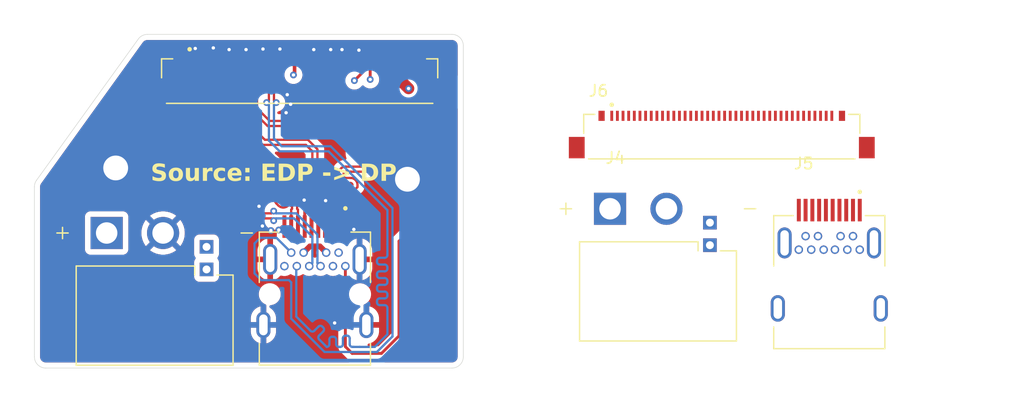
<source format=kicad_pcb>
(kicad_pcb (version 20241229) (generator "pcbnew") (generator_version "9.0")
  (layers (0 "F.Cu" signal) (4 "In1.Cu" power) (6 "In2.Cu" power) (2 "B.Cu" signal) (13 "F.Paste" user) (15 "B.Paste" user) (5 "F.SilkS" user "F.Silkscreen") (7 "B.SilkS" user "B.Silkscreen") (1 "F.Mask" user) (3 "B.Mask" user) (25 "Edge.Cuts" user))
  (net 0 "")
  (net 2 "+3.3V")
  (net 4 "GND")
  (net 5 "1_EDP_TX_N")
  (net 6 "SELF_TEST")
  (net 8 "2_EDP_TX_N")
  (net 9 "+5V")
  (net 11 "3_EDP_TX_N")
  (net 12 "0_EDP_TX_P")
  (net 13 "0_EDP_TX_N")
  (net 14 "AUX_N")
  (net 15 "3_EDP_TX_P")
  (net 16 "2_EDP_TX_P")
  (net 17 "AUX_P")
  (net 18 "EDP_HPD")
  (net 19 "1_EDP_TX_P")
  (net 20 "BLK_OFF_N")
  (net 21 "BLK_PWM_LCD")
  (footprint "SnapEDA:AMPHENOL_G46M2013201AWEU" (layer "F.Cu") (at 149.2265 61.289)
    (property "Reference" "J5")
    (property "Value" "G46M2013201AWEU")
  )
  (footprint "SnapEDA:IPEX_20455-040E-76" (layer "F.Cu") (at 102.3 43.92)
    (property "Reference" "J1" (hide yes))
    (property "Value" "20455-040E-76")
  )
  (footprint "SnapEDA:AMPHENOL_G46M2013201AWEU" (layer "F.Cu") (at 103.65 62.75)
    (property "Reference" "J2" (hide yes))
    (property "Value" "G46M2013201AWEU")
  )
  (footprint "SnapEDA:AMASS_XT30PW_2_2_-M.G.B" (layer "F.Cu") (at 134.05 62.5)
    (property "Reference" "J4")
    (property "Value" "XT30PW_2_2_-M.G.B")
  )
  (footprint "SnapEDA:AMASS_XT30PW_2_2_-M.G.B" (layer "F.Cu") (at 89.45 64.65)
    (property "Reference" "J3" (hide yes))
    (property "Value" "XT30PW_2_2_-M.G.B")
  )
  (footprint "MountingHole:MountingHole_2.2mm_M2_DIN965_Pad_TopBottom" (layer "F.Cu") (at 86 51.55)
    (property "Reference" "H1" (hide yes))
    (property "Value" "MountingHole_Pad")
  )
  (footprint "MountingHole:MountingHole_2.2mm_M2_DIN965_Pad_TopBottom" (layer "F.Cu") (at 111.85 52.55)
    (property "Reference" "H2" (hide yes))
    (property "Value" "MountingHole_Pad")
  )
  (footprint "SnapEDA:IPEX_20455-040E-76" (layer "F.Cu") (at 139.7015 48.845)
    (property "Reference" "J6")
    (property "Value" "20455-040E-76")
  )
  (gr_arc (start 78.8 53.222437) (mid 78.848251 52.915558) (end 78.988349 52.638294) (stroke (width 0.05)) (layer "Edge.Cuts"))
  (gr_arc (start 115.8 39.7) (mid 116.507107 39.992893) (end 116.8 40.7) (stroke (width 0.05)) (layer "Edge.Cuts"))
  (gr_line (start 79.8 69.3) (end 115.8 69.3) (stroke (width 0.05)) (layer "Edge.Cuts"))
  (gr_arc (start 79.8 69.3) (mid 79.092893 69.007107) (end 78.8 68.3) (stroke (width 0.05)) (layer "Edge.Cuts"))
  (gr_line (start 115.8 39.7) (end 88.81236 39.7) (stroke (width 0.05)) (layer "Edge.Cuts"))
  (gr_line (start 78.988349 52.638294) (end 88.000709 40.115857) (stroke (width 0.05)) (layer "Edge.Cuts"))
  (gr_line (start 78.8 68.3) (end 78.8 53.222437) (stroke (width 0.05)) (layer "Edge.Cuts"))
  (gr_line (start 116.8 68.3) (end 116.8 40.7) (stroke (width 0.05)) (layer "Edge.Cuts"))
  (gr_arc (start 116.8 68.3) (mid 116.507107 69.007107) (end 115.8 69.3) (stroke (width 0.05)) (layer "Edge.Cuts"))
  (gr_arc (start 88.000709 40.115857) (mid 88.356365 39.810001) (end 88.81236 39.7) (stroke (width 0.05)) (layer "Edge.Cuts"))
  (gr_text "Source: EDP -> DP" (at 89.1 52.95 0) (layer "F.SilkS") (effects (font (size 1.5 1.5) (thickness 0.3) (bold yes)) (justify left bottom)))
  (segment (start 101.85 42.3) (end 101.85 42.5) (width 0.3175) (layer "F.Cu") (net 2))
  (segment (start 101.85 43.2) (end 101.75 43.3) (width 0.3175) (layer "F.Cu") (net 2))
  (segment (start 101.85 42.5) (end 101.85 43.2) (width 0.3175) (layer "F.Cu") (net 2))
  (segment (start 101.05 42) (end 102.55 42) (width 0.3175) (layer "F.Cu") (net 2))
  (segment (start 101.55 42) (end 101.85 42.3) (width 0.3175) (layer "F.Cu") (net 2))
  (via (at 101.75 43.3) (size 0.6) (drill 0.3) (layers "F.Cu" "B.Cu") (net 2))
  (segment (start 104.65 59.06) (end 104.65 58.9) (width 0.254) (layer "F.Cu") (net 4))
  (segment (start 102.75 54.45) (end 102.7 54.4) (width 0.254) (layer "F.Cu") (net 4))
  (segment (start 94.55 41) (end 94.65 40.9) (width 0.254) (layer "F.Cu") (net 4))
  (segment (start 93.05 42) (end 93.05 40.95) (width 0.254) (layer "F.Cu") (net 4))
  (segment (start 106.05 42) (end 106.05 41.05) (width 0.254) (layer "F.Cu") (net 4))
  (segment (start 100.55 42) (end 100.55 41) (width 0.254) (layer "F.Cu") (net 4))
  (segment (start 104.55 54.5) (end 104.6 54.45) (width 0.254) (layer "F.Cu") (net 4))
  (segment (start 94.55 42) (end 94.55 41) (width 0.254) (layer "F.Cu") (net 4))
  (segment (start 106.85 56.75) (end 107.1 57) (width 0.254) (layer "F.Cu") (net 4))
  (segment (start 106.35 56.75) (end 106.85 56.75) (width 0.254) (layer "F.Cu") (net 4))
  (segment (start 97.55 42) (end 97.55 41.05) (width 0.254) (layer "F.Cu") (net 4))
  (segment (start 96.05 42) (end 96.05 41.05) (width 0.254) (layer "F.Cu") (net 4))
  (segment (start 100.95 56.75) (end 100.75 56.75) (width 0.254) (layer "F.Cu") (net 4))
  (segment (start 107.55 42) (end 107.55 41.1) (width 0.254) (layer "F.Cu") (net 4))
  (segment (start 105.05 42) (end 105.05 41.05) (width 0.254) (layer "F.Cu") (net 4))
  (segment (start 104.55 56.75) (end 104.55 54.5) (width 0.254) (layer "F.Cu") (net 4))
  (segment (start 102.75 56.75) (end 102.75 54.45) (width 0.254) (layer "F.Cu") (net 4))
  (segment (start 100.75 56.75) (end 100.45 57.05) (width 0.254) (layer "F.Cu") (net 4))
  (segment (start 99.05 42) (end 99.05 41) (width 0.254) (layer "F.Cu") (net 4))
  (segment (start 102.65 59.06) (end 102.74 59.06) (width 0.254) (layer "F.Cu") (net 4))
  (segment (start 103.55 42) (end 103.55 41.05) (width 0.254) (layer "F.Cu") (net 4))
  (via (at 103.55 41.05) (size 0.6) (drill 0.3) (layers "F.Cu" "B.Cu") (net 4))
  (via (at 94.65 40.9) (size 0.6) (drill 0.3) (layers "F.Cu" "B.Cu") (net 4))
  (via (at 104.6 54.45) (size 0.6) (drill 0.3) (layers "F.Cu" "B.Cu") (net 4))
  (via (at 97.55 41.05) (size 0.6) (drill 0.3) (layers "F.Cu" "B.Cu") (net 4))
  (via (at 93.05 40.95) (size 0.6) (drill 0.3) (layers "F.Cu" "B.Cu") (net 4))
  (via (at 102.7 54.4) (size 0.6) (drill 0.3) (layers "F.Cu" "B.Cu") (net 4))
  (via (at 107.55 41.1) (size 0.6) (drill 0.3) (layers "F.Cu" "B.Cu") (net 4))
  (via (at 106.05 41.05) (size 0.6) (drill 0.3) (layers "F.Cu" "B.Cu") (net 4))
  (via (at 105.4 65.3) (size 0.6) (drill 0.3) (layers "F.Cu" "B.Cu") (net 4))
  (via (at 98.7 54.95) (size 0.6) (drill 0.3) (layers "F.Cu" "B.Cu") (net 4))
  (via (at 107.1 57) (size 0.6) (drill 0.3) (layers "F.Cu" "B.Cu") (net 4))
  (via (at 101.1 46.65) (size 0.6) (drill 0.3) (layers "F.Cu" "B.Cu") (net 4))
  (via (at 99.75 57.1) (size 0.6) (drill 0.3) (layers "F.Cu" "B.Cu") (net 4))
  (via (at 99.05 41) (size 0.6) (drill 0.3) (layers "F.Cu" "B.Cu") (net 4))
  (via (at 101.2 45.05) (size 0.6) (drill 0.3) (layers "F.Cu" "B.Cu") (net 4))
  (via (at 96.05 41.05) (size 0.6) (drill 0.3) (layers "F.Cu" "B.Cu") (net 4))
  (via (at 100.55 41) (size 0.6) (drill 0.3) (layers "F.Cu" "B.Cu") (net 4))
  (via (at 101.5 45.9) (size 0.6) (drill 0.3) (layers "F.Cu" "B.Cu") (net 4))
  (via (at 99 56.7) (size 0.6) (drill 0.3) (layers "F.Cu" "B.Cu") (net 4))
  (via (at 100.45 57.05) (size 0.6) (drill 0.3) (layers "F.Cu" "B.Cu") (net 4))
  (via (at 105.05 41.05) (size 0.6) (drill 0.3) (layers "F.Cu" "B.Cu") (net 4))
  (segment (start 108.21 65.47) (end 108.21 65.41) (width 0.254) (layer "B.Cu") (net 4))
  (segment (start 108.21 65.47) (end 105.57 65.47) (width 0.254) (layer "B.Cu") (net 4))
  (segment (start 105.57 65.47) (end 105.4 65.3) (width 0.254) (layer "B.Cu") (net 4))
  (segment (start 103.35 55.249999) (end 103.425 55.174999) (width 0.2) (layer "F.Cu") (net 5))
  (segment (start 96.55 42.675001) (end 96.55 42) (width 0.2) (layer "F.Cu") (net 5))
  (segment (start 96.575 42.700001) (end 96.55 42.675001) (width 0.2) (layer "F.Cu") (net 5))
  (segment (start 103.425 55.174999) (end 103.425 50.075) (width 0.2) (layer "F.Cu") (net 5))
  (segment (start 103.35 56.75) (end 103.35 55.249999) (width 0.2) (layer "F.Cu") (net 5))
  (segment (start 102.85 49.5) (end 99.031802 49.5) (width 0.2) (layer "F.Cu") (net 5))
  (segment (start 103.425 50.075) (end 102.85 49.5) (width 0.2) (layer "F.Cu") (net 5))
  (segment (start 99.031802 49.5) (end 96.575 47.043198) (width 0.2) (layer "F.Cu") (net 5))
  (segment (start 96.575 47.043198) (end 96.575 42.700001) (width 0.2) (layer "F.Cu") (net 5))
  (segment (start 98.675895 53.776502) (end 98.534473 53.63508) (width 0.2) (layer "F.Cu") (net 8))
  (segment (start 95.075 48.443198) (end 95.075 42.700001) (width 0.2) (layer "F.Cu") (net 8))
  (segment (start 101.625 55.174999) (end 101.625 54.993198) (width 0.2) (layer "F.Cu") (net 8))
  (segment (start 100.372954 53.741152) (end 100.532053 53.582053) (width 0.2) (layer "F.Cu") (net 8))
  (segment (start 97.420776 50.788973) (end 97.279356 50.647553) (width 0.2) (layer "F.Cu") (net 8))
  (segment (start 99.312288 51.195563) (end 98.888023 51.619827) (width 0.2) (layer "F.Cu") (net 8))
  (segment (start 99.701199 51.336985) (end 99.559777 51.195563) (width 0.2) (layer "F.Cu") (net 8))
  (segment (start 99.984043 53.352239) (end 99.559779 53.776504) (width 0.2) (layer "F.Cu") (net 8))
  (segment (start 98.534473 52.751198) (end 98.958738 52.326934) (width 0.2) (layer "F.Cu") (net 8))
  (segment (start 100.417151 54.881361) (end 100.25805 54.72226) (width 0.2) (layer "F.Cu") (net 8))
  (segment (start 101.55 55.249999) (end 101.625 55.174999) (width 0.2) (layer "F.Cu") (net 8))
  (segment (start 101.513164 54.881362) (end 101.513163 54.88136) (width 0.2) (layer "F.Cu") (net 8))
  (segment (start 100.691151 53.422954) (end 101.115415 52.99869) (width 0.2) (layer "F.Cu") (net 8))
  (segment (start 98.446082 52.061768) (end 98.145563 52.362288) (width 0.2) (layer "F.Cu") (net 8))
  (segment (start 101.55 56.75) (end 101.55 55.249999) (width 0.2) (layer "F.Cu") (net 8))
  (segment (start 101.625 55.85) (end 101.55 55.925) (width 0.2) (layer "F.Cu") (net 8))
  (segment (start 98.888023 51.619827) (end 98.605181 51.90267) (width 0.2) (layer "F.Cu") (net 8))
  (segment (start 97.120257 51.336982) (end 97.420777 51.036463) (width 0.2) (layer "F.Cu") (net 8))
  (segment (start 97.261679 52.362286) (end 97.120257 52.220864) (width 0.2) (layer "F.Cu") (net 8))
  (segment (start 100.726504 52.609779) (end 100.302239 53.034043) (width 0.2) (layer "F.Cu") (net 8))
  (segment (start 95.075 42.700001) (end 95.05 42.675001) (width 0.2) (layer "F.Cu") (net 8))
  (segment (start 97.279356 50.647553) (end 96.6439 50.012098) (width 0.2) (layer "F.Cu") (net 8))
  (segment (start 100.532053 53.582053) (end 100.532052 53.582052) (width 0.2) (layer "F.Cu") (net 8))
  (segment (start 101.115415 52.751201) (end 100.973993 52.609779) (width 0.2) (layer "F.Cu") (net 8))
  (segment (start 100.532052 53.582052) (end 100.691151 53.422954) (width 0.2) (layer "F.Cu") (net 8))
  (segment (start 101.625 54.993198) (end 101.513164 54.881362) (width 0.2) (layer "F.Cu") (net 8))
  (segment (start 96.6439 50.012098) (end 95.075 48.443198) (width 0.2) (layer "F.Cu") (net 8))
  (segment (start 100.258049 53.856056) (end 100.372954 53.741152) (width 0.2) (layer "F.Cu") (net 8))
  (segment (start 99.276935 52.008738) (end 99.701199 51.584474) (width 0.2) (layer "F.Cu") (net 8))
  (segment (start 98.605181 51.90267) (end 98.446082 52.061768) (width 0.2) (layer "F.Cu") (net 8))
  (segment (start 100.302239 53.034043) (end 99.984043 53.352239) (width 0.2) (layer "F.Cu") (net 8))
  (segment (start 98.958738 52.326934) (end 99.276935 52.008738) (width 0.2) (layer "F.Cu") (net 8))
  (segment (start 95.05 42.675001) (end 95.05 42) (width 0.2) (layer "F.Cu") (net 8))
  (arc (start 98.145563 52.362288) (mid 97.703621 52.545345) (end 97.261679 52.362286) (width 0.2) (layer "F.Cu") (net 8))
  (arc (start 100.25805 54.72226) (mid 100.078653 54.289159) (end 100.258049 53.856056) (width 0.2) (layer "F.Cu") (net 8))
  (arc (start 97.120257 52.220864) (mid 96.9372 51.778924) (end 97.120257 51.336982) (width 0.2) (layer "F.Cu") (net 8))
  (arc (start 99.559779 53.776504) (mid 99.117837 53.959561) (end 98.675895 53.776502) (width 0.2) (layer "F.Cu") (net 8))
  (arc (start 101.115415 52.99869) (mid 101.166672 52.874945) (end 101.115415 52.751201) (width 0.2) (layer "F.Cu") (net 8))
  (arc (start 101.513163 54.88136) (mid 101.398258 54.833765) (end 101.283353 54.88136) (width 0.2) (layer "F.Cu") (net 8))
  (arc (start 99.701199 51.584474) (mid 99.752456 51.460729) (end 99.701199 51.336985) (width 0.2) (layer "F.Cu") (net 8))
  (arc (start 100.973993 52.609779) (mid 100.850249 52.558522) (end 100.726504 52.609779) (width 0.2) (layer "F.Cu") (net 8))
  (arc (start 99.559777 51.195563) (mid 99.436033 51.144306) (end 99.312288 51.195563) (width 0.2) (layer "F.Cu") (net 8))
  (arc (start 98.534473 53.63508) (mid 98.351416 53.19314) (end 98.534473 52.751198) (width 0.2) (layer "F.Cu") (net 8))
  (arc (start 101.283353 54.88136) (mid 100.850252 55.060758) (end 100.417151 54.881361) (width 0.2) (layer "F.Cu") (net 8))
  (arc (start 97.420777 51.036463) (mid 97.472034 50.912718) (end 97.420776 50.788973) (width 0.2) (layer "F.Cu") (net 8))
  (segment (start 110.55 43.1) (end 110.55 42) (width 1.016) (layer "F.Cu") (net 9))
  (segment (start 110.55 42) (end 111.05 42) (width 1.016) (layer "F.Cu") (net 9))
  (segment (start 111.95 44.5) (end 110.55 43.1) (width 1.016) (layer "F.Cu") (net 9))
  (via (at 111.95 44.5) (size 0.6) (drill 0.3) (layers "F.Cu" "B.Cu") (net 9))
  (segment (start 93.575 42.700001) (end 93.55 42.675001) (width 0.2) (layer "F.Cu") (net 11))
  (segment (start 99.800001 56.025001) (end 96.625001 56.025001) (width 0.2) (layer "F.Cu") (net 11))
  (segment (start 93.55 42.675001) (end 93.55 42) (width 0.2) (layer "F.Cu") (net 11))
  (segment (start 93.575 52.975) (end 93.575 42.700001) (width 0.2) (layer "F.Cu") (net 11))
  (segment (start 100 56.225) (end 99.800001 56.025001) (width 0.2) (layer "F.Cu") (net 11))
  (segment (start 93.55 42) (end 93.574999 42.024999) (width 0.2) (layer "F.Cu") (net 11))
  (segment (start 96.625001 56.025001) (end 93.575 52.975) (width 0.2) (layer "F.Cu") (net 11))
  (via (at 100 56.225) (size 0.6) (drill 0.3) (layers "F.Cu" "B.Cu") (net 11))
  (segment (start 103.425 59.985) (end 103.425 57.643198) (width 0.2) (layer "B.Cu") (net 11))
  (segment (start 100.199999 56.025001) (end 100 56.225) (width 0.2) (layer "B.Cu") (net 11))
  (segment (start 101.806803 56.025001) (end 100.199999 56.025001) (width 0.2) (layer "B.Cu") (net 11))
  (segment (start 103.425 57.643198) (end 101.806803 56.025001) (width 0.2) (layer "B.Cu") (net 11))
  (segment (start 103.15 60.26) (end 103.425 59.985) (width 0.2) (layer "B.Cu") (net 11))
  (segment (start 105.675 55.174999) (end 105.675 54.993198) (width 0.2) (layer "F.Cu") (net 12))
  (segment (start 105.675 54.993198) (end 105.958013 54.710185) (width 0.2) (layer "F.Cu") (net 12))
  (segment (start 105.75 55.249999) (end 105.675 55.174999) (width 0.2) (layer "F.Cu") (net 12))
  (segment (start 107.424999 50.256802) (end 107.424999 50.056802) (width 0.2) (layer "F.Cu") (net 12))
  (segment (start 105.958013 54.710185) (end 107.425 53.243198) (width 0.2) (layer "F.Cu") (net 12))
  (segment (start 107.425 48.706802) (end 106.093198 47.375) (width 0.2) (layer "F.Cu") (net 12))
  (segment (start 98.525 46.256802) (end 98.525 42.700001) (width 0.2) (layer "F.Cu") (net 12))
  (segment (start 108.024999 50.431803) (end 107.6 50.431803) (width 0.2) (layer "F.Cu") (net 12))
  (segment (start 106.8 51.881801) (end 107.6 51.881801) (width 0.2) (layer "F.Cu") (net 12))
  (segment (start 99.643198 47.375) (end 98.525 46.256802) (width 0.2) (layer "F.Cu") (net 12))
  (segment (start 106.2 52.256802) (end 106.2 52.056802) (width 0.2) (layer "F.Cu") (net 12))
  (segment (start 106.375001 51.881801) (end 106.8 51.881801) (width 0.2) (layer "F.Cu") (net 12))
  (segment (start 107.424999 50.056802) (end 107.425 49.910865) (width 0.2) (layer "F.Cu") (net 12))
  (segment (start 107.6 51.881801) (end 108.024999 51.881801) (width 0.2) (layer "F.Cu") (net 12))
  (segment (start 106.8 52.431803) (end 106.375001 52.431803) (width 0.2) (layer "F.Cu") (net 12))
  (segment (start 105.75 56.75) (end 105.75 55.249999) (width 0.2) (layer "F.Cu") (net 12))
  (segment (start 98.525 42.700001) (end 98.55 42.675001) (width 0.2) (layer "F.Cu") (net 12))
  (segment (start 108.649998 51.256802) (end 108.649998 51.056802) (width 0.2) (layer "F.Cu") (net 12))
  (segment (start 107.425 49.910865) (end 107.425 48.706802) (width 0.2) (layer "F.Cu") (net 12))
  (segment (start 106.093198 47.375) (end 99.643198 47.375) (width 0.2) (layer "F.Cu") (net 12))
  (segment (start 107.425 53.243198) (end 107.424999 53.056802) (width 0.2) (layer "F.Cu") (net 12))
  (segment (start 98.55 42.675001) (end 98.55 42) (width 0.2) (layer "F.Cu") (net 12))
  (arc (start 107.6 50.431803) (mid 107.476256 50.380546) (end 107.424999 50.256802) (width 0.2) (layer "F.Cu") (net 12))
  (arc (start 107.424999 53.056802) (mid 107.241941 52.614861) (end 106.8 52.431803) (width 0.2) (layer "F.Cu") (net 12))
  (arc (start 108.024999 51.881801) (mid 108.46694 51.698743) (end 108.649998 51.256802) (width 0.2) (layer "F.Cu") (net 12))
  (arc (start 106.375001 52.431803) (mid 106.251257 52.380546) (end 106.2 52.256802) (width 0.2) (layer "F.Cu") (net 12))
  (arc (start 106.2 52.056802) (mid 106.251257 51.933058) (end 106.375001 51.881801) (width 0.2) (layer "F.Cu") (net 12))
  (arc (start 108.649998 51.056802) (mid 108.46694 50.614861) (end 108.024999 50.431803) (width 0.2) (layer "F.Cu") (net 12))
  (segment (start 108.024999 50.881801) (end 107.6 50.881801) (width 0.2) (layer "F.Cu") (net 13))
  (segment (start 105.15 56.75) (end 105.15 55.249999) (width 0.2) (layer "F.Cu") (net 13))
  (segment (start 106.975001 50.056802) (end 106.975 49.910865) (width 0.2) (layer "F.Cu") (net 13))
  (segment (start 106.8 51.431803) (end 107.6 51.431803) (width 0.2) (layer "F.Cu") (net 13))
  (segment (start 105.639815 54.391987) (end 106.975 53.056802) (width 0.2) (layer "F.Cu") (net 13))
  (segment (start 108.2 51.256802) (end 108.2 51.056802) (width 0.2) (layer "F.Cu") (net 13))
  (segment (start 105.15 55.249999) (end 105.225 55.174999) (width 0.2) (layer "F.Cu") (net 13))
  (segment (start 106.975001 50.256802) (end 106.975001 50.056802) (width 0.2) (layer "F.Cu") (net 13))
  (segment (start 98.075 46.443198) (end 98.075 42.700001) (width 0.2) (layer "F.Cu") (net 13))
  (segment (start 106.975 49.910865) (end 106.975 48.893198) (width 0.2) (layer "F.Cu") (net 13))
  (segment (start 105.750002 52.256802) (end 105.750002 52.056802) (width 0.2) (layer "F.Cu") (net 13))
  (segment (start 107.6 51.431803) (end 108.024999 51.431803) (width 0.2) (layer "F.Cu") (net 13))
  (segment (start 98.05 42.675001) (end 98.05 42) (width 0.2) (layer "F.Cu") (net 13))
  (segment (start 106.975 53.056802) (end 106.975001 53.056802) (width 0.2) (layer "F.Cu") (net 13))
  (segment (start 105.906802 47.825) (end 99.456802 47.825) (width 0.2) (layer "F.Cu") (net 13))
  (segment (start 99.456802 47.825) (end 98.075 46.443198) (width 0.2) (layer "F.Cu") (net 13))
  (segment (start 106.975 48.893198) (end 105.906802 47.825) (width 0.2) (layer "F.Cu") (net 13))
  (segment (start 105.225 54.806802) (end 105.639815 54.391987) (width 0.2) (layer "F.Cu") (net 13))
  (segment (start 106.8 52.881801) (end 106.375001 52.881801) (width 0.2) (layer "F.Cu") (net 13))
  (segment (start 105.225 55.174999) (end 105.225 54.806802) (width 0.2) (layer "F.Cu") (net 13))
  (segment (start 106.375001 51.431803) (end 106.8 51.431803) (width 0.2) (layer "F.Cu") (net 13))
  (segment (start 98.075 42.700001) (end 98.05 42.675001) (width 0.2) (layer "F.Cu") (net 13))
  (arc (start 108.024999 51.431803) (mid 108.148743 51.380546) (end 108.2 51.256802) (width 0.2) (layer "F.Cu") (net 13))
  (arc (start 107.6 50.881801) (mid 107.158059 50.698743) (end 106.975001 50.256802) (width 0.2) (layer "F.Cu") (net 13))
  (arc (start 108.2 51.056802) (mid 108.148743 50.933058) (end 108.024999 50.881801) (width 0.2) (layer "F.Cu") (net 13))
  (arc (start 106.975001 53.056802) (mid 106.923744 52.933058) (end 106.8 52.881801) (width 0.2) (layer "F.Cu") (net 13))
  (arc (start 106.375001 52.881801) (mid 105.93306 52.698743) (end 105.750002 52.256802) (width 0.2) (layer "F.Cu") (net 13))
  (arc (start 105.750002 52.056802) (mid 105.93306 51.614861) (end 106.375001 51.431803) (width 0.2) (layer "F.Cu") (net 13))
  (segment (start 100.025001 42.024999) (end 100.025001 45.550001) (width 0.2) (layer "F.Cu") (net 14))
  (segment (start 100.05 42) (end 100.025001 42.024999) (width 0.2) (layer "F.Cu") (net 14))
  (segment (start 100.025001 45.550001) (end 100.225 45.75) (width 0.2) (layer "F.Cu") (net 14))
  (via (at 100.225 45.75) (size 0.6) (drill 0.3) (layers "F.Cu" "B.Cu") (net 14))
  (segment (start 101.55 59.06) (end 101.55 59.05) (width 0.2) (layer "B.Cu") (net 14))
  (segment (start 100.25 57.75) (end 98.8 57.75) (width 0.2) (layer "B.Cu") (net 14))
  (segment (start 98.8 57.75) (end 98.3 58.25) (width 0.2) (layer "B.Cu") (net 14))
  (segment (start 101.55 61.7) (end 101.55 64.918198) (width 0.2) (layer "B.Cu") (net 14))
  (segment (start 109.143198 67.875) (end 110.525 66.493198) (width 0.2) (layer "B.Cu") (net 14))
  (segment (start 98.3 58.25) (end 98.3 60.9) (width 0.2) (layer "B.Cu") (net 14))
  (segment (start 110.525 66.493198) (end 110.525 55.106802) (width 0.2) (layer "B.Cu") (net 14))
  (segment (start 101.55 64.918198) (end 104.506802 67.875) (width 0.2) (layer "B.Cu") (net 14))
  (segment (start 98.3 60.9) (end 98.9 61.5) (width 0.2) (layer "B.Cu") (net 14))
  (segment (start 100.711394 49.625) (end 100.025001 48.938607) (width 0.2) (layer "B.Cu") (net 14))
  (segment (start 100.025001 48.938607) (end 100.025001 45.949999) (width 0.2) (layer "B.Cu") (net 14))
  (segment (start 100.025001 45.949999) (end 100.225 45.75) (width 0.2) (layer "B.Cu") (net 14))
  (segment (start 104.506802 67.875) (end 109.143198 67.875) (width 0.2) (layer "B.Cu") (net 14))
  (segment (start 105.043198 49.625) (end 100.711394 49.625) (width 0.2) (layer "B.Cu") (net 14))
  (segment (start 110.525 55.106802) (end 105.043198 49.625) (width 0.2) (layer "B.Cu") (net 14))
  (segment (start 98.9 61.5) (end 101.35 61.5) (width 0.2) (layer "B.Cu") (net 14))
  (segment (start 101.35 61.5) (end 101.55 61.7) (width 0.2) (layer "B.Cu") (net 14))
  (segment (start 101.55 59.05) (end 100.25 57.75) (width 0.2) (layer "B.Cu") (net 14))
  (segment (start 96.811393 55.574999) (end 94.025 52.788606) (width 0.2) (layer "F.Cu") (net 15))
  (segment (start 94.025 42.700001) (end 94.05 42.675001) (width 0.2) (layer "F.Cu") (net 15))
  (segment (start 100 55.375) (end 99.800001 55.574999) (width 0.2) (layer "F.Cu") (net 15))
  (segment (start 99.800001 55.574999) (end 96.811393 55.574999) (width 0.2) (layer "F.Cu") (net 15))
  (segment (start 94.05 42.675001) (end 94.05 42) (width 0.2) (layer "F.Cu") (net 15))
  (segment (start 94.05 42) (end 94.025001 42.024999) (width 0.2) (layer "F.Cu") (net 15))
  (segment (start 94.025 52.788606) (end 94.025 42.700001) (width 0.2) (layer "F.Cu") (net 15))
  (via (at 100 55.375) (size 0.6) (drill 0.3) (layers "F.Cu" "B.Cu") (net 15))
  (segment (start 103.875 57.456802) (end 101.993197 55.574999) (width 0.2) (layer "B.Cu") (net 15))
  (segment (start 104.15 60.26) (end 103.875 59.985) (width 0.2) (layer "B.Cu") (net 15))
  (segment (start 100.199999 55.574999) (end 100 55.375) (width 0.2) (layer "B.Cu") (net 15))
  (segment (start 101.993197 55.574999) (end 100.199999 55.574999) (width 0.2) (layer "B.Cu") (net 15))
  (segment (start 103.875 59.985) (end 103.875 57.456802) (width 0.2) (layer "B.Cu") (net 15))
  (segment (start 100.850249 53.900248) (end 100.850249 53.900249) (width 0.2) (layer "F.Cu") (net 16))
  (segment (start 99.595131 52.326935) (end 100.019395 51.90267) (width 0.2) (layer "F.Cu") (net 16))
  (segment (start 97.579877 52.044091) (end 97.438455 51.902669) (width 0.2) (layer "F.Cu") (net 16))
  (segment (start 95.525 42.700001) (end 95.55 42.675001) (width 0.2) (layer "F.Cu") (net 16))
  (segment (start 98.569826 51.30163) (end 98.286983 51.584472) (width 0.2) (layer "F.Cu") (net 16))
  (segment (start 102.15 56.75) (end 102.15 55.249999) (width 0.2) (layer "F.Cu") (net 16))
  (segment (start 95.55 42.675001) (end 95.55 42) (width 0.2) (layer "F.Cu") (net 16))
  (segment (start 102.15 55.249999) (end 102.075 55.174999) (width 0.2) (layer "F.Cu") (net 16))
  (segment (start 102.075 54.806802) (end 101.831362 54.563164) (width 0.2) (layer "F.Cu") (net 16))
  (segment (start 100.019395 51.018788) (end 99.877973 50.877366) (width 0.2) (layer "F.Cu") (net 16))
  (segment (start 99.276935 52.645131) (end 99.595131 52.326935) (width 0.2) (layer "F.Cu") (net 16))
  (segment (start 102.075 55.174999) (end 102.075 54.806802) (width 0.2) (layer "F.Cu") (net 16))
  (segment (start 97.738974 50.470778) (end 97.597553 50.329356) (width 0.2) (layer "F.Cu") (net 16))
  (segment (start 99.984042 52.715846) (end 99.665845 53.034042) (width 0.2) (layer "F.Cu") (net 16))
  (segment (start 100.735348 54.563164) (end 100.576247 54.404063) (width 0.2) (layer "F.Cu") (net 16))
  (segment (start 100.408307 52.291582) (end 99.984042 52.715846) (width 0.2) (layer "F.Cu") (net 16))
  (segment (start 101.831362 54.563164) (end 101.83136 54.563163) (width 0.2) (layer "F.Cu") (net 16))
  (segment (start 98.994093 53.458307) (end 98.852671 53.316885) (width 0.2) (layer "F.Cu") (net 16))
  (segment (start 97.597553 50.329356) (end 96.962098 49.6939) (width 0.2) (layer "F.Cu") (net 16))
  (segment (start 97.438454 51.655179) (end 97.738974 51.35466) (width 0.2) (layer "F.Cu") (net 16))
  (segment (start 101.009347 53.741151) (end 101.433611 53.316886) (width 0.2) (layer "F.Cu") (net 16))
  (segment (start 100.576247 54.174253) (end 100.69115 54.059347) (width 0.2) (layer "F.Cu") (net 16))
  (segment (start 99.665845 53.034042) (end 99.241581 53.458306) (width 0.2) (layer "F.Cu") (net 16))
  (segment (start 101.433611 52.433004) (end 101.292189 52.291582) (width 0.2) (layer "F.Cu") (net 16))
  (segment (start 98.85267 53.069395) (end 99.276935 52.645131) (width 0.2) (layer "F.Cu") (net 16))
  (segment (start 100.69115 54.059347) (end 100.850249 53.900248) (width 0.2) (layer "F.Cu") (net 16))
  (segment (start 95.525 48.256802) (end 95.525 42.700001) (width 0.2) (layer "F.Cu") (net 16))
  (segment (start 100.850249 53.900249) (end 101.009347 53.741151) (width 0.2) (layer "F.Cu") (net 16))
  (segment (start 98.994091 50.877366) (end 98.569826 51.30163) (width 0.2) (layer "F.Cu") (net 16))
  (segment (start 98.286983 51.584472) (end 98.127885 51.743571) (width 0.2) (layer "F.Cu") (net 16))
  (segment (start 96.962098 49.6939) (end 95.525 48.256802) (width 0.2) (layer "F.Cu") (net 16))
  (segment (start 98.127885 51.743571) (end 97.827365 52.04409) (width 0.2) (layer "F.Cu") (net 16))
  (arc (start 101.433611 53.316886) (mid 101.616669 52.874945) (end 101.433611 52.433004) (width 0.2) (layer "F.Cu") (net 16))
  (arc (start 98.852671 53.316885) (mid 98.801413 53.19314) (end 98.85267 53.069395) (width 0.2) (layer "F.Cu") (net 16))
  (arc (start 101.83136 54.563163) (mid 101.398259 54.383766) (end 100.965158 54.563164) (width 0.2) (layer "F.Cu") (net 16))
  (arc (start 100.965158 54.563164) (mid 100.850253 54.610759) (end 100.735348 54.563164) (width 0.2) (layer "F.Cu") (net 16))
  (arc (start 100.019395 51.90267) (mid 100.202453 51.460729) (end 100.019395 51.018788) (width 0.2) (layer "F.Cu") (net 16))
  (arc (start 99.877973 50.877366) (mid 99.436032 50.694308) (end 98.994091 50.877366) (width 0.2) (layer "F.Cu") (net 16))
  (arc (start 97.738974 51.35466) (mid 97.922031 50.912718) (end 97.738974 50.470778) (width 0.2) (layer "F.Cu") (net 16))
  (arc (start 101.292189 52.291582) (mid 100.850248 52.108524) (end 100.408307 52.291582) (width 0.2) (layer "F.Cu") (net 16))
  (arc (start 100.576247 54.404063) (mid 100.528652 54.289158) (end 100.576247 54.174253) (width 0.2) (layer "F.Cu") (net 16))
  (arc (start 97.827365 52.04409) (mid 97.70362 52.095347) (end 97.579877 52.044091) (width 0.2) (layer "F.Cu") (net 16))
  (arc (start 99.241581 53.458306) (mid 99.117836 53.509563) (end 98.994093 53.458307) (width 0.2) (layer "F.Cu") (net 16))
  (arc (start 97.438455 51.902669) (mid 97.387197 51.778924) (end 97.438454 51.655179) (width 0.2) (layer "F.Cu") (net 16))
  (segment (start 99.574999 42.024999) (end 99.574999 45.550001) (width 0.2) (layer "F.Cu") (net 17))
  (segment (start 99.55 42) (end 99.574999 42.024999) (width 0.2) (layer "F.Cu") (net 17))
  (segment (start 99.574999 45.550001) (end 99.375 45.75) (width 0.2) (layer "F.Cu") (net 17))
  (via (at 99.375 45.75) (size 0.6) (drill 0.3) (layers "F.Cu" "B.Cu") (net 17))
  (segment (start 109.835 61.318228) (end 109.394256 61.318228) (width 0.2) (layer "B.Cu") (net 17))
  (segment (start 109.394252 59.518228) (end 109.835 59.518228) (width 0.2) (layer "B.Cu") (net 17))
  (segment (start 110.075 55.293198) (end 104.856802 50.075) (width 0.2) (layer "B.Cu") (net 17))
  (segment (start 110.075 60.478228) (end 110.075 60.358228) (width 0.2) (layer "B.Cu") (net 17))
  (segment (start 106.973198 67.425) (end 107.093198 67.425) (width 0.2) (layer "B.Cu") (net 17))
  (segment (start 109.154262 62.278228) (end 109.154262 62.158228) (width 0.2) (layer "B.Cu") (net 17))
  (segment (start 109.394262 61.918228) (end 109.835 61.918228) (width 0.2) (layer "B.Cu") (net 17))
  (segment (start 109.835 60.118228) (end 109.394252 60.118228) (width 0.2) (layer "B.Cu") (net 17))
  (segment (start 99.574999 49.124999) (end 99.574999 45.949999) (width 0.2) (layer "B.Cu") (net 17))
  (segment (start 110.075 59.278228) (end 110.075 59.158228) (width 0.2) (layer "B.Cu") (net 17))
  (segment (start 105.533198 66.765) (end 105.533198 67.185) (width 0.2) (layer "B.Cu") (net 17))
  (segment (start 104.390846 66.047847) (end 104.023149 66.415541) (width 0.2) (layer "B.Cu") (net 17))
  (segment (start 104.02315 66.754953) (end 104.108004 66.839806) (width 0.2) (layer "B.Cu") (net 17))
  (segment (start 106.373198 66.425) (end 106.493198 66.425) (width 0.2) (layer "B.Cu") (net 17))
  (segment (start 102.000001 64.731803) (end 103.259476 65.991278) (width 0.2) (layer "B.Cu") (net 17))
  (segment (start 106.133198 67.185) (end 106.133198 66.665) (width 0.2) (layer "B.Cu") (net 17))
  (segment (start 109.394256 60.718228) (end 109.835 60.718228) (width 0.2) (layer "B.Cu") (net 17))
  (segment (start 104.933198 67.185) (end 104.933198 66.765) (width 0.2) (layer "B.Cu") (net 17))
  (segment (start 110.075 61.678228) (end 110.075 61.558228) (width 0.2) (layer "B.Cu") (net 17))
  (segment (start 104.305994 65.623583) (end 104.390846 65.708435) (width 0.2) (layer "B.Cu") (net 17))
  (segment (start 100.525 50.075) (end 99.574999 49.124999) (width 0.2) (layer "B.Cu") (net 17))
  (segment (start 102.05 60.26) (end 102.000001 60.309999) (width 0.2) (layer "B.Cu") (net 17))
  (segment (start 109.154256 61.078228) (end 109.154256 60.958228) (width 0.2) (layer "B.Cu") (net 17))
  (segment (start 110.075 58.32173) (end 110.075 55.293198) (width 0.2) (layer "B.Cu") (net 17))
  (segment (start 109.394262 63.118228) (end 109.835 63.118228) (width 0.2) (layer "B.Cu") (net 17))
  (segment (start 110.075 62.878228) (end 110.075 62.758228) (width 0.2) (layer "B.Cu") (net 17))
  (segment (start 103.598888 65.991279) (end 103.966582 65.623582) (width 0.2) (layer "B.Cu") (net 17))
  (segment (start 108.956802 67.425) (end 110.075 66.306802) (width 0.2) (layer "B.Cu") (net 17))
  (segment (start 105.773198 67.425) (end 105.893198 67.425) (width 0.2) (layer "B.Cu") (net 17))
  (segment (start 109.154252 59.878228) (end 109.154252 59.758228) (width 0.2) (layer "B.Cu") (net 17))
  (segment (start 109.835 62.518228) (end 109.394262 62.518228) (width 0.2) (layer "B.Cu") (net 17))
  (segment (start 106.733198 66.665) (end 106.733198 67.185) (width 0.2) (layer "B.Cu") (net 17))
  (segment (start 107.093198 67.425) (end 107.624059 67.425) (width 0.2) (layer "B.Cu") (net 17))
  (segment (start 110.075 66.306802) (end 110.075 63.958228) (width 0.2) (layer "B.Cu") (net 17))
  (segment (start 105.173198 66.525) (end 105.293198 66.525) (width 0.2) (layer "B.Cu") (net 17))
  (segment (start 99.574999 45.949999) (end 99.375 45.75) (width 0.2) (layer "B.Cu") (net 17))
  (segment (start 104.108004 66.839806) (end 104.567623 67.299425) (width 0.2) (layer "B.Cu") (net 17))
  (segment (start 109.154262 63.478228) (end 109.154262 63.358228) (width 0.2) (layer "B.Cu") (net 17))
  (segment (start 109.835 63.718228) (end 109.394262 63.718228) (width 0.2) (layer "B.Cu") (net 17))
  (segment (start 107.624059 67.425) (end 108.956802 67.425) (width 0.2) (layer "B.Cu") (net 17))
  (segment (start 110.075 59.158228) (end 110.075 58.32173) (width 0.2) (layer "B.Cu") (net 17))
  (segment (start 104.856802 50.075) (end 100.525 50.075) (width 0.2) (layer "B.Cu") (net 17))
  (segment (start 102.000001 60.309999) (end 102.000001 64.731803) (width 0.2) (layer "B.Cu") (net 17))
  (segment (start 104.567623 67.299425) (end 104.693198 67.425) (width 0.2) (layer "B.Cu") (net 17))
  (arc (start 104.023149 66.415541) (mid 103.952856 66.585247) (end 104.02315 66.754953) (width 0.2) (layer "B.Cu") (net 17))
  (arc (start 109.154262 62.158228) (mid 109.224556 61.988522) (end 109.394262 61.918228) (width 0.2) (layer "B.Cu") (net 17))
  (arc (start 106.133198 66.665) (mid 106.203492 66.495294) (end 106.373198 66.425) (width 0.2) (layer "B.Cu") (net 17))
  (arc (start 109.394256 61.318228) (mid 109.22455 61.247934) (end 109.154256 61.078228) (width 0.2) (layer "B.Cu") (net 17))
  (arc (start 109.154262 63.358228) (mid 109.224556 63.188522) (end 109.394262 63.118228) (width 0.2) (layer "B.Cu") (net 17))
  (arc (start 106.493198 66.425) (mid 106.662904 66.495294) (end 106.733198 66.665) (width 0.2) (layer "B.Cu") (net 17))
  (arc (start 109.394252 60.118228) (mid 109.224546 60.047934) (end 109.154252 59.878228) (width 0.2) (layer "B.Cu") (net 17))
  (arc (start 106.733198 67.185) (mid 106.803492 67.354706) (end 106.973198 67.425) (width 0.2) (layer "B.Cu") (net 17))
  (arc (start 105.533198 67.185) (mid 105.603492 67.354706) (end 105.773198 67.425) (width 0.2) (layer "B.Cu") (net 17))
  (arc (start 109.394262 63.718228) (mid 109.224556 63.647934) (end 109.154262 63.478228) (width 0.2) (layer "B.Cu") (net 17))
  (arc (start 105.293198 66.525) (mid 105.462904 66.595294) (end 105.533198 66.765) (width 0.2) (layer "B.Cu") (net 17))
  (arc (start 103.966582 65.623582) (mid 104.136288 65.553289) (end 104.305994 65.623583) (width 0.2) (layer "B.Cu") (net 17))
  (arc (start 110.075 60.358228) (mid 110.004706 60.188522) (end 109.835 60.118228) (width 0.2) (layer "B.Cu") (net 17))
  (arc (start 109.835 60.718228) (mid 110.004706 60.647934) (end 110.075 60.478228) (width 0.2) (layer "B.Cu") (net 17))
  (arc (start 110.075 61.558228) (mid 110.004706 61.388522) (end 109.835 61.318228) (width 0.2) (layer "B.Cu") (net 17))
  (arc (start 109.835 63.118228) (mid 110.004706 63.047934) (end 110.075 62.878228) (width 0.2) (layer "B.Cu") (net 17))
  (arc (start 109.835 61.918228) (mid 110.004706 61.847934) (end 110.075 61.678228) (width 0.2) (layer "B.Cu") (net 17))
  (arc (start 104.933198 66.765) (mid 105.003492 66.595294) (end 105.173198 66.525) (width 0.2) (layer "B.Cu") (net 17))
  (arc (start 110.075 63.958228) (mid 110.004706 63.788522) (end 109.835 63.718228) (width 0.2) (layer "B.Cu") (net 17))
  (arc (start 109.394262 62.518228) (mid 109.224556 62.447934) (end 109.154262 62.278228) (width 0.2) (layer "B.Cu") (net 17))
  (arc (start 109.154256 60.958228) (mid 109.22455 60.788522) (end 109.394256 60.718228) (width 0.2) (layer "B.Cu") (net 17))
  (arc (start 104.390846 65.708435) (mid 104.46114 65.87814) (end 104.390846 66.047847) (width 0.2) (layer "B.Cu") (net 17))
  (arc (start 104.693198 67.425) (mid 104.862904 67.354706) (end 104.933198 67.185) (width 0.2) (layer "B.Cu") (net 17))
  (arc (start 103.259476 65.991278) (mid 103.429182 66.061572) (end 103.598888 65.991279) (width 0.2) (layer "B.Cu") (net 17))
  (arc (start 105.893198 67.425) (mid 106.062904 67.354706) (end 106.133198 67.185) (width 0.2) (layer "B.Cu") (net 17))
  (arc (start 110.075 62.758228) (mid 110.004706 62.588522) (end 109.835 62.518228) (width 0.2) (layer "B.Cu") (net 17))
  (arc (start 109.835 59.518228) (mid 110.004706 59.447934) (end 110.075 59.278228) (width 0.2) (layer "B.Cu") (net 17))
  (arc (start 109.154252 59.758228) (mid 109.224546 59.588522) (end 109.394252 59.518228) (width 0.2) (layer "B.Cu") (net 17))
  (segment (start 108.3 47.85) (end 112.15 47.85) (width 0.254) (layer "F.Cu") (net 18))
  (segment (start 111.1 66.45) (end 109.55 68) (width 0.254) (layer "F.Cu") (net 18))
  (segment (start 106.35 67.4) (end 106.35 60.26) (width 0.254) (layer "F.Cu") (net 18))
  (segment (start 114.85 54.3) (end 111.1 58.05) (width 0.254) (layer "F.Cu") (net 18))
  (segment (start 105.55 42) (end 105.55 45.1) (width 0.254) (layer "F.Cu") (net 18))
  (segment (start 111.1 58.05) (end 111.1 66.45) (width 0.254) (layer "F.Cu") (net 18))
  (segment (start 105.55 45.1) (end 108.3 47.85) (width 0.254) (layer "F.Cu") (net 18))
  (segment (start 106.95 68) (end 106.35 67.4) (width 0.254) (layer "F.Cu") (net 18))
  (segment (start 114.85 50.55) (end 114.85 54.3) (width 0.254) (layer "F.Cu") (net 18))
  (segment (start 112.15 47.85) (end 114.85 50.55) (width 0.254) (layer "F.Cu") (net 18))
  (segment (start 109.55 68) (end 106.95 68) (width 0.254) (layer "F.Cu") (net 18))
  (segment (start 97.05 42.675001) (end 97.05 42) (width 0.2) (layer "F.Cu") (net 19))
  (segment (start 97.025 46.856802) (end 97.025 42.700001) (width 0.2) (layer "F.Cu") (net 19))
  (segment (start 103.036394 49.05) (end 99.218198 49.05) (width 0.2) (layer "F.Cu") (net 19))
  (segment (start 103.875 55.174999) (end 103.875 49.888606) (width 0.2) (layer "F.Cu") (net 19))
  (segment (start 103.95 56.75) (end 103.95 55.249999) (width 0.2) (layer "F.Cu") (net 19))
  (segment (start 99.218198 49.05) (end 97.025 46.856802) (width 0.2) (layer "F.Cu") (net 19))
  (segment (start 103.875 49.888606) (end 103.036394 49.05) (width 0.2) (layer "F.Cu") (net 19))
  (segment (start 97.025 42.700001) (end 97.05 42.675001) (width 0.2) (layer "F.Cu") (net 19))
  (segment (start 103.95 55.249999) (end 103.875 55.174999) (width 0.2) (layer "F.Cu") (net 19))
  (segment (start 108.05 42.9) (end 107.15 43.8) (width 0.254) (layer "F.Cu") (net 20))
  (segment (start 108.05 42) (end 108.05 42.9) (width 0.254) (layer "F.Cu") (net 20))
  (via (at 107.15 43.8) (size 0.6) (drill 0.3) (layers "F.Cu" "B.Cu") (net 20))
  (segment (start 108.55 42) (end 108.55 43.7) (width 0.254) (layer "F.Cu") (net 21))
  (via (at 108.55 43.7) (size 0.6) (drill 0.3) (layers "F.Cu" "B.Cu") (net 21))
  (zone (net 4) (net_name "GND") (layers "F.Cu" "B.Cu" "In1.Cu") (priority 2) (connect_pads (clearance 0.5)) (min_thickness 0.25) (fill yes (thermal_gap 0.5) (thermal_bridge_width 0.5))
    (polygon (pts (xy 85.75 38.1) (xy 77.4 49.15) (xy 75.75 71.45) (xy 119.25 69.95) (xy 119.8 36.65)))
  )
)
</source>
